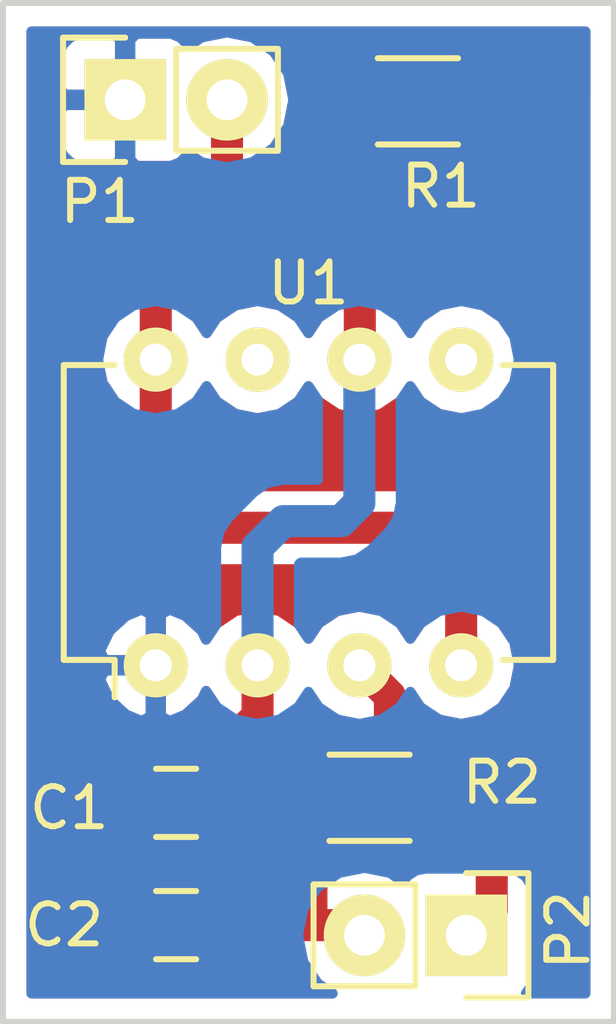
<source format=kicad_pcb>
(kicad_pcb (version 4) (host pcbnew 4.0.5-e0-6337~49~ubuntu16.04.1)

  (general
    (links 12)
    (no_connects 12)
    (area 38.024999 38.024999 53.415001 63.575001)
    (thickness 1.6)
    (drawings 4)
    (tracks 37)
    (zones 0)
    (modules 7)
    (nets 7)
  )

  (page User 148.006 210.007)
  (title_block
    (title "555 timer Sawtooth signal generator")
    (date 2017-03-24)
    (rev 1)
    (company "University of Nairobi")
    (comment 4 @muriukidavid)
  )

  (layers
    (0 F.Cu signal)
    (31 B.Cu signal)
    (32 B.Adhes user)
    (33 F.Adhes user)
    (34 B.Paste user)
    (35 F.Paste user)
    (36 B.SilkS user)
    (37 F.SilkS user)
    (38 B.Mask user)
    (39 F.Mask user)
    (40 Dwgs.User user)
    (41 Cmts.User user)
    (42 Eco1.User user)
    (43 Eco2.User user)
    (44 Edge.Cuts user)
    (45 Margin user)
    (46 B.CrtYd user)
    (47 F.CrtYd user)
    (48 B.Fab user)
    (49 F.Fab user hide)
  )

  (setup
    (last_trace_width 0.8)
    (trace_clearance 0.2)
    (zone_clearance 0.508)
    (zone_45_only no)
    (trace_min 0.2)
    (segment_width 0.2)
    (edge_width 0.15)
    (via_size 2)
    (via_drill 1.5)
    (via_min_size 0.4)
    (via_min_drill 0.3)
    (uvia_size 0.3)
    (uvia_drill 0.1)
    (uvias_allowed no)
    (uvia_min_size 0.2)
    (uvia_min_drill 0.1)
    (pcb_text_width 0.3)
    (pcb_text_size 1.5 1.5)
    (mod_edge_width 0.15)
    (mod_text_size 1 1)
    (mod_text_width 0.15)
    (pad_size 1.524 1.524)
    (pad_drill 0.762)
    (pad_to_mask_clearance 0.2)
    (aux_axis_origin 0 0)
    (visible_elements FFFFFF7F)
    (pcbplotparams
      (layerselection 0x00030_80000001)
      (usegerberextensions false)
      (excludeedgelayer true)
      (linewidth 0.100000)
      (plotframeref false)
      (viasonmask false)
      (mode 1)
      (useauxorigin false)
      (hpglpennumber 1)
      (hpglpenspeed 20)
      (hpglpendiameter 15)
      (hpglpenoverlay 2)
      (psnegative false)
      (psa4output false)
      (plotreference true)
      (plotvalue true)
      (plotinvisibletext false)
      (padsonsilk false)
      (subtractmaskfromsilk false)
      (outputformat 1)
      (mirror false)
      (drillshape 1)
      (scaleselection 1)
      (outputdirectory ""))
  )

  (net 0 "")
  (net 1 "Net-(C1-Pad1)")
  (net 2 TRIGGER)
  (net 3 SAWTOOTH)
  (net 4 GND)
  (net 5 5V)
  (net 6 SQUARE)

  (net_class Default "This is the default net class."
    (clearance 0.2)
    (trace_width 0.8)
    (via_dia 2)
    (via_drill 1.5)
    (uvia_dia 0.3)
    (uvia_drill 0.1)
    (add_net 5V)
    (add_net GND)
    (add_net "Net-(C1-Pad1)")
    (add_net SAWTOOTH)
    (add_net SQUARE)
    (add_net TRIGGER)
  )

  (module Capacitors_SMD:C_0805 (layer F.Cu) (tedit 5415D6EA) (tstamp 58D434C6)
    (at 42.418 58.039)
    (descr "Capacitor SMD 0805, reflow soldering, AVX (see smccp.pdf)")
    (tags "capacitor 0805")
    (path /58D42D8A)
    (attr smd)
    (fp_text reference C1 (at -2.667 0.127) (layer F.SilkS)
      (effects (font (size 1 1) (thickness 0.15)))
    )
    (fp_text value 0.1uF (at 0 2.1) (layer F.Fab)
      (effects (font (size 1 1) (thickness 0.15)))
    )
    (fp_line (start -1.8 -1) (end 1.8 -1) (layer F.CrtYd) (width 0.05))
    (fp_line (start -1.8 1) (end 1.8 1) (layer F.CrtYd) (width 0.05))
    (fp_line (start -1.8 -1) (end -1.8 1) (layer F.CrtYd) (width 0.05))
    (fp_line (start 1.8 -1) (end 1.8 1) (layer F.CrtYd) (width 0.05))
    (fp_line (start 0.5 -0.85) (end -0.5 -0.85) (layer F.SilkS) (width 0.15))
    (fp_line (start -0.5 0.85) (end 0.5 0.85) (layer F.SilkS) (width 0.15))
    (pad 1 smd rect (at -1 0) (size 1 1.25) (layers F.Cu F.Paste F.Mask)
      (net 1 "Net-(C1-Pad1)"))
    (pad 2 smd rect (at 1 0) (size 1 1.25) (layers F.Cu F.Paste F.Mask)
      (net 2 TRIGGER))
    (model Capacitors_SMD.3dshapes/C_0805.wrl
      (at (xyz 0 0 0))
      (scale (xyz 1 1 1))
      (rotate (xyz 0 0 0))
    )
  )

  (module Capacitors_SMD:C_0805 (layer F.Cu) (tedit 5415D6EA) (tstamp 58D434CC)
    (at 42.418 61.087)
    (descr "Capacitor SMD 0805, reflow soldering, AVX (see smccp.pdf)")
    (tags "capacitor 0805")
    (path /58D42DE1)
    (attr smd)
    (fp_text reference C2 (at -2.794 0 180) (layer F.SilkS)
      (effects (font (size 1 1) (thickness 0.15)))
    )
    (fp_text value 0.2uF (at 0 2.1) (layer F.Fab)
      (effects (font (size 1 1) (thickness 0.15)))
    )
    (fp_line (start -1.8 -1) (end 1.8 -1) (layer F.CrtYd) (width 0.05))
    (fp_line (start -1.8 1) (end 1.8 1) (layer F.CrtYd) (width 0.05))
    (fp_line (start -1.8 -1) (end -1.8 1) (layer F.CrtYd) (width 0.05))
    (fp_line (start 1.8 -1) (end 1.8 1) (layer F.CrtYd) (width 0.05))
    (fp_line (start 0.5 -0.85) (end -0.5 -0.85) (layer F.SilkS) (width 0.15))
    (fp_line (start -0.5 0.85) (end 0.5 0.85) (layer F.SilkS) (width 0.15))
    (pad 1 smd rect (at -1 0) (size 1 1.25) (layers F.Cu F.Paste F.Mask)
      (net 1 "Net-(C1-Pad1)"))
    (pad 2 smd rect (at 1 0) (size 1 1.25) (layers F.Cu F.Paste F.Mask)
      (net 3 SAWTOOTH))
    (model Capacitors_SMD.3dshapes/C_0805.wrl
      (at (xyz 0 0 0))
      (scale (xyz 1 1 1))
      (rotate (xyz 0 0 0))
    )
  )

  (module Resistors_SMD:R_1206 (layer F.Cu) (tedit 5415CFA7) (tstamp 58D434DE)
    (at 48.4505 40.5511 180)
    (descr "Resistor SMD 1206, reflow soldering, Vishay (see dcrcw.pdf)")
    (tags "resistor 1206")
    (path /58D42D03)
    (attr smd)
    (fp_text reference R1 (at -0.5715 -2.1209 180) (layer F.SilkS)
      (effects (font (size 1 1) (thickness 0.15)))
    )
    (fp_text value 47K (at 0 2.3 180) (layer F.Fab)
      (effects (font (size 1 1) (thickness 0.15)))
    )
    (fp_line (start -2.2 -1.2) (end 2.2 -1.2) (layer F.CrtYd) (width 0.05))
    (fp_line (start -2.2 1.2) (end 2.2 1.2) (layer F.CrtYd) (width 0.05))
    (fp_line (start -2.2 -1.2) (end -2.2 1.2) (layer F.CrtYd) (width 0.05))
    (fp_line (start 2.2 -1.2) (end 2.2 1.2) (layer F.CrtYd) (width 0.05))
    (fp_line (start 1 1.075) (end -1 1.075) (layer F.SilkS) (width 0.15))
    (fp_line (start -1 -1.075) (end 1 -1.075) (layer F.SilkS) (width 0.15))
    (pad 1 smd rect (at -1.45 0 180) (size 0.9 1.7) (layers F.Cu F.Paste F.Mask)
      (net 6 SQUARE))
    (pad 2 smd rect (at 1.45 0 180) (size 0.9 1.7) (layers F.Cu F.Paste F.Mask)
      (net 2 TRIGGER))
    (model Resistors_SMD.3dshapes/R_1206.wrl
      (at (xyz 0 0 0))
      (scale (xyz 1 1 1))
      (rotate (xyz 0 0 0))
    )
  )

  (module Resistors_SMD:R_1206 (layer F.Cu) (tedit 5415CFA7) (tstamp 58D434E4)
    (at 47.244 57.912)
    (descr "Resistor SMD 1206, reflow soldering, Vishay (see dcrcw.pdf)")
    (tags "resistor 1206")
    (path /58D42D3C)
    (attr smd)
    (fp_text reference R2 (at 3.302 -0.381) (layer F.SilkS)
      (effects (font (size 1 1) (thickness 0.15)))
    )
    (fp_text value 100K (at 0 2.3) (layer F.Fab)
      (effects (font (size 1 1) (thickness 0.15)))
    )
    (fp_line (start -2.2 -1.2) (end 2.2 -1.2) (layer F.CrtYd) (width 0.05))
    (fp_line (start -2.2 1.2) (end 2.2 1.2) (layer F.CrtYd) (width 0.05))
    (fp_line (start -2.2 -1.2) (end -2.2 1.2) (layer F.CrtYd) (width 0.05))
    (fp_line (start 2.2 -1.2) (end 2.2 1.2) (layer F.CrtYd) (width 0.05))
    (fp_line (start 1 1.075) (end -1 1.075) (layer F.SilkS) (width 0.15))
    (fp_line (start -1 -1.075) (end 1 -1.075) (layer F.SilkS) (width 0.15))
    (pad 1 smd rect (at -1.45 0) (size 0.9 1.7) (layers F.Cu F.Paste F.Mask)
      (net 3 SAWTOOTH))
    (pad 2 smd rect (at 1.45 0) (size 0.9 1.7) (layers F.Cu F.Paste F.Mask)
      (net 6 SQUARE))
    (model Resistors_SMD.3dshapes/R_1206.wrl
      (at (xyz 0 0 0))
      (scale (xyz 1 1 1))
      (rotate (xyz 0 0 0))
    )
  )

  (module Housings_DIP:DIP-8_W7.62mm (layer F.Cu) (tedit 54130A77) (tstamp 58D434F0)
    (at 41.91 54.61 90)
    (descr "8-lead dip package, row spacing 7.62 mm (300 mils)")
    (tags "dil dip 2.54 300")
    (path /58D42C93)
    (fp_text reference U1 (at 9.525 3.81 180) (layer F.SilkS)
      (effects (font (size 1 1) (thickness 0.15)))
    )
    (fp_text value LM555N (at 0 -3.72 90) (layer F.Fab)
      (effects (font (size 1 1) (thickness 0.15)))
    )
    (fp_line (start -1.05 -2.45) (end -1.05 10.1) (layer F.CrtYd) (width 0.05))
    (fp_line (start 8.65 -2.45) (end 8.65 10.1) (layer F.CrtYd) (width 0.05))
    (fp_line (start -1.05 -2.45) (end 8.65 -2.45) (layer F.CrtYd) (width 0.05))
    (fp_line (start -1.05 10.1) (end 8.65 10.1) (layer F.CrtYd) (width 0.05))
    (fp_line (start 0.135 -2.295) (end 0.135 -1.025) (layer F.SilkS) (width 0.15))
    (fp_line (start 7.485 -2.295) (end 7.485 -1.025) (layer F.SilkS) (width 0.15))
    (fp_line (start 7.485 9.915) (end 7.485 8.645) (layer F.SilkS) (width 0.15))
    (fp_line (start 0.135 9.915) (end 0.135 8.645) (layer F.SilkS) (width 0.15))
    (fp_line (start 0.135 -2.295) (end 7.485 -2.295) (layer F.SilkS) (width 0.15))
    (fp_line (start 0.135 9.915) (end 7.485 9.915) (layer F.SilkS) (width 0.15))
    (fp_line (start 0.135 -1.025) (end -0.8 -1.025) (layer F.SilkS) (width 0.15))
    (pad 1 thru_hole oval (at 0 0 90) (size 1.6 1.6) (drill 0.8) (layers *.Cu *.Mask F.SilkS)
      (net 4 GND))
    (pad 2 thru_hole oval (at 0 2.54 90) (size 1.6 1.6) (drill 0.8) (layers *.Cu *.Mask F.SilkS)
      (net 2 TRIGGER))
    (pad 3 thru_hole oval (at 0 5.08 90) (size 1.6 1.6) (drill 0.8) (layers *.Cu *.Mask F.SilkS)
      (net 6 SQUARE))
    (pad 4 thru_hole oval (at 0 7.62 90) (size 1.6 1.6) (drill 0.8) (layers *.Cu *.Mask F.SilkS)
      (net 5 5V))
    (pad 5 thru_hole oval (at 7.62 7.62 90) (size 1.6 1.6) (drill 0.8) (layers *.Cu *.Mask F.SilkS))
    (pad 6 thru_hole oval (at 7.62 5.08 90) (size 1.6 1.6) (drill 0.8) (layers *.Cu *.Mask F.SilkS)
      (net 2 TRIGGER))
    (pad 7 thru_hole oval (at 7.62 2.54 90) (size 1.6 1.6) (drill 0.8) (layers *.Cu *.Mask F.SilkS))
    (pad 8 thru_hole oval (at 7.62 0 90) (size 1.6 1.6) (drill 0.8) (layers *.Cu *.Mask F.SilkS)
      (net 5 5V))
    (model Housings_DIP.3dshapes/DIP-8_W7.62mm.wrl
      (at (xyz 0 0 0))
      (scale (xyz 1 1 1))
      (rotate (xyz 0 0 0))
    )
  )

  (module Pin_Headers:Pin_Header_Straight_1x02 (layer F.Cu) (tedit 54EA090C) (tstamp 58D4359C)
    (at 41.148 40.513 90)
    (descr "Through hole pin header")
    (tags "pin header")
    (path /58D436DC)
    (fp_text reference P1 (at -2.54 -0.635 180) (layer F.SilkS)
      (effects (font (size 1 1) (thickness 0.15)))
    )
    (fp_text value CONN_01X02 (at 0 -3.1 90) (layer F.Fab)
      (effects (font (size 1 1) (thickness 0.15)))
    )
    (fp_line (start 1.27 1.27) (end 1.27 3.81) (layer F.SilkS) (width 0.15))
    (fp_line (start 1.55 -1.55) (end 1.55 0) (layer F.SilkS) (width 0.15))
    (fp_line (start -1.75 -1.75) (end -1.75 4.3) (layer F.CrtYd) (width 0.05))
    (fp_line (start 1.75 -1.75) (end 1.75 4.3) (layer F.CrtYd) (width 0.05))
    (fp_line (start -1.75 -1.75) (end 1.75 -1.75) (layer F.CrtYd) (width 0.05))
    (fp_line (start -1.75 4.3) (end 1.75 4.3) (layer F.CrtYd) (width 0.05))
    (fp_line (start 1.27 1.27) (end -1.27 1.27) (layer F.SilkS) (width 0.15))
    (fp_line (start -1.55 0) (end -1.55 -1.55) (layer F.SilkS) (width 0.15))
    (fp_line (start -1.55 -1.55) (end 1.55 -1.55) (layer F.SilkS) (width 0.15))
    (fp_line (start -1.27 1.27) (end -1.27 3.81) (layer F.SilkS) (width 0.15))
    (fp_line (start -1.27 3.81) (end 1.27 3.81) (layer F.SilkS) (width 0.15))
    (pad 1 thru_hole rect (at 0 0 90) (size 2.032 2.032) (drill 1.016) (layers *.Cu *.Mask F.SilkS)
      (net 4 GND))
    (pad 2 thru_hole oval (at 0 2.54 90) (size 2.032 2.032) (drill 1.016) (layers *.Cu *.Mask F.SilkS)
      (net 5 5V))
    (model Pin_Headers.3dshapes/Pin_Header_Straight_1x02.wrl
      (at (xyz 0 -0.05 0))
      (scale (xyz 1 1 1))
      (rotate (xyz 0 0 90))
    )
  )

  (module Pin_Headers:Pin_Header_Straight_1x02 (layer F.Cu) (tedit 54EA090C) (tstamp 58D435A1)
    (at 49.657 61.341 270)
    (descr "Through hole pin header")
    (tags "pin header")
    (path /58D42F0E)
    (fp_text reference P2 (at -0.127 -2.54 270) (layer F.SilkS)
      (effects (font (size 1 1) (thickness 0.15)))
    )
    (fp_text value CONN_01X02 (at 3.81 1.27 360) (layer F.Fab)
      (effects (font (size 1 1) (thickness 0.15)))
    )
    (fp_line (start 1.27 1.27) (end 1.27 3.81) (layer F.SilkS) (width 0.15))
    (fp_line (start 1.55 -1.55) (end 1.55 0) (layer F.SilkS) (width 0.15))
    (fp_line (start -1.75 -1.75) (end -1.75 4.3) (layer F.CrtYd) (width 0.05))
    (fp_line (start 1.75 -1.75) (end 1.75 4.3) (layer F.CrtYd) (width 0.05))
    (fp_line (start -1.75 -1.75) (end 1.75 -1.75) (layer F.CrtYd) (width 0.05))
    (fp_line (start -1.75 4.3) (end 1.75 4.3) (layer F.CrtYd) (width 0.05))
    (fp_line (start 1.27 1.27) (end -1.27 1.27) (layer F.SilkS) (width 0.15))
    (fp_line (start -1.55 0) (end -1.55 -1.55) (layer F.SilkS) (width 0.15))
    (fp_line (start -1.55 -1.55) (end 1.55 -1.55) (layer F.SilkS) (width 0.15))
    (fp_line (start -1.27 1.27) (end -1.27 3.81) (layer F.SilkS) (width 0.15))
    (fp_line (start -1.27 3.81) (end 1.27 3.81) (layer F.SilkS) (width 0.15))
    (pad 1 thru_hole rect (at 0 0 270) (size 2.032 2.032) (drill 1.016) (layers *.Cu *.Mask F.SilkS)
      (net 6 SQUARE))
    (pad 2 thru_hole oval (at 0 2.54 270) (size 2.032 2.032) (drill 1.016) (layers *.Cu *.Mask F.SilkS)
      (net 3 SAWTOOTH))
    (model Pin_Headers.3dshapes/Pin_Header_Straight_1x02.wrl
      (at (xyz 0 -0.05 0))
      (scale (xyz 1 1 1))
      (rotate (xyz 0 0 90))
    )
  )

  (gr_line (start 38.1 63.5) (end 38.1 38.1) (layer Edge.Cuts) (width 0.15))
  (gr_line (start 53.34 63.5) (end 38.1 63.5) (layer Edge.Cuts) (width 0.15))
  (gr_line (start 53.34 38.1) (end 53.34 63.5) (layer Edge.Cuts) (width 0.15))
  (gr_line (start 38.1 38.1) (end 53.34 38.1) (layer Edge.Cuts) (width 0.15))

  (segment (start 41.418 61.087) (end 41.418 58.039) (width 0.8) (layer F.Cu) (net 1))
  (segment (start 46.5328 51.0159) (end 46.99 50.5587) (width 0.8) (layer B.Cu) (net 2))
  (segment (start 46.99 50.5587) (end 46.99 49.1236) (width 0.8) (layer B.Cu) (net 2))
  (segment (start 45.0977 51.0159) (end 44.45 51.6636) (width 0.8) (layer B.Cu) (net 2))
  (segment (start 45.0977 51.0159) (end 46.5328 51.0159) (width 0.8) (layer B.Cu) (net 2))
  (segment (start 44.45 51.6636) (end 44.45 54.61) (width 0.8) (layer B.Cu) (net 2))
  (segment (start 46.99 46.99) (end 46.99 49.1236) (width 0.8) (layer B.Cu) (net 2))
  (segment (start 47.0005 40.5511) (end 47.0005 46.9795) (width 0.8) (layer F.Cu) (net 2))
  (segment (start 47.0005 46.9795) (end 46.99 46.99) (width 0.8) (layer F.Cu) (net 2))
  (segment (start 44.45 54.61) (end 44.45 55.88) (width 0.8) (layer F.Cu) (net 2))
  (segment (start 44.45 55.88) (end 43.418 56.912) (width 0.8) (layer F.Cu) (net 2))
  (segment (start 43.418 56.912) (end 43.418 58.039) (width 0.8) (layer F.Cu) (net 2))
  (segment (start 43.418 61.087) (end 45.72 61.087) (width 0.8) (layer F.Cu) (net 3))
  (segment (start 45.72 61.087) (end 46.863 61.087) (width 0.8) (layer F.Cu) (net 3))
  (segment (start 45.794 57.912) (end 45.794 61.013) (width 0.8) (layer F.Cu) (net 3))
  (segment (start 45.794 61.013) (end 45.72 61.087) (width 0.8) (layer F.Cu) (net 3))
  (segment (start 46.863 61.087) (end 47.117 61.341) (width 0.8) (layer F.Cu) (net 3))
  (segment (start 43.688 40.513) (end 43.688 43.18) (width 0.8) (layer F.Cu) (net 5))
  (segment (start 43.688 43.18) (end 41.91 44.958) (width 0.8) (layer F.Cu) (net 5))
  (segment (start 41.91 44.958) (end 41.91 46.99) (width 0.8) (layer F.Cu) (net 5))
  (segment (start 41.91 46.99) (end 41.91 49.911) (width 0.8) (layer F.Cu) (net 5))
  (segment (start 41.91 49.911) (end 43.18 51.181) (width 0.8) (layer F.Cu) (net 5))
  (segment (start 43.18 51.181) (end 48.768 51.181) (width 0.8) (layer F.Cu) (net 5))
  (segment (start 48.768 51.181) (end 49.53 51.943) (width 0.8) (layer F.Cu) (net 5))
  (segment (start 49.53 51.943) (end 49.53 54.61) (width 0.8) (layer F.Cu) (net 5))
  (segment (start 51.689 58.42) (end 50.292 58.42) (width 0.8) (layer F.Cu) (net 6))
  (segment (start 52.324 57.785) (end 51.689 58.42) (width 0.8) (layer F.Cu) (net 6))
  (segment (start 52.324 41.623) (end 52.324 57.785) (width 0.8) (layer F.Cu) (net 6))
  (segment (start 49.964 40.513) (end 51.214 40.513) (width 0.8) (layer F.Cu) (net 6))
  (segment (start 51.214 40.513) (end 52.324 41.623) (width 0.8) (layer F.Cu) (net 6))
  (segment (start 48.694 57.912) (end 49.784 57.912) (width 0.8) (layer F.Cu) (net 6))
  (segment (start 49.784 57.912) (end 50.292 58.42) (width 0.8) (layer F.Cu) (net 6))
  (segment (start 50.292 58.42) (end 50.292 60.706) (width 0.8) (layer F.Cu) (net 6))
  (segment (start 50.292 60.706) (end 49.657 61.341) (width 0.8) (layer F.Cu) (net 6))
  (segment (start 46.99 54.61) (end 47.752 55.372) (width 0.8) (layer F.Cu) (net 6))
  (segment (start 47.752 55.372) (end 47.752 56.97) (width 0.8) (layer F.Cu) (net 6))
  (segment (start 47.752 56.97) (end 48.694 57.912) (width 0.8) (layer F.Cu) (net 6))

  (zone (net 4) (net_name GND) (layer F.Cu) (tstamp 0) (hatch edge 0.508)
    (connect_pads (clearance 0.508))
    (min_thickness 0.254)
    (fill yes (arc_segments 16) (thermal_gap 0.508) (thermal_bridge_width 0.508))
    (polygon
      (pts
        (xy 38.1 38.1) (xy 53.34 38.1) (xy 53.34 63.5) (xy 38.1 63.5)
      )
    )
    (filled_polygon
      (pts
        (xy 52.63 40.465289) (xy 51.945856 39.781144) (xy 51.610077 39.556785) (xy 51.214 39.477999) (xy 51.213995 39.478)
        (xy 50.955961 39.478) (xy 50.953662 39.465783) (xy 50.81459 39.249659) (xy 50.60239 39.104669) (xy 50.3505 39.05366)
        (xy 49.4505 39.05366) (xy 49.215183 39.097938) (xy 48.999059 39.23701) (xy 48.854069 39.44921) (xy 48.80306 39.7011)
        (xy 48.80306 41.4011) (xy 48.847338 41.636417) (xy 48.98641 41.852541) (xy 49.19861 41.997531) (xy 49.4505 42.04854)
        (xy 50.3505 42.04854) (xy 50.585817 42.004262) (xy 50.801941 41.86519) (xy 50.923935 41.686646) (xy 51.289 42.051711)
        (xy 51.289 57.356289) (xy 51.260288 57.385) (xy 50.720712 57.385) (xy 50.515856 57.180144) (xy 50.180077 56.955785)
        (xy 49.784 56.876999) (xy 49.783995 56.877) (xy 49.75663 56.877) (xy 49.747162 56.826683) (xy 49.60809 56.610559)
        (xy 49.39589 56.465569) (xy 49.144 56.41456) (xy 48.787 56.41456) (xy 48.787 55.834354) (xy 48.980849 55.96388)
        (xy 49.53 56.073113) (xy 50.079151 55.96388) (xy 50.544698 55.652811) (xy 50.855767 55.187264) (xy 50.965 54.638113)
        (xy 50.965 54.581887) (xy 50.855767 54.032736) (xy 50.565 53.597573) (xy 50.565 51.943005) (xy 50.565001 51.943)
        (xy 50.486215 51.546923) (xy 50.261856 51.211144) (xy 50.261853 51.211142) (xy 49.499856 50.449144) (xy 49.164077 50.224785)
        (xy 48.768 50.145999) (xy 48.767995 50.146) (xy 43.608711 50.146) (xy 42.945 49.482288) (xy 42.945 48.002427)
        (xy 43.18 47.650725) (xy 43.435302 48.032811) (xy 43.900849 48.34388) (xy 44.45 48.453113) (xy 44.999151 48.34388)
        (xy 45.464698 48.032811) (xy 45.72 47.650725) (xy 45.975302 48.032811) (xy 46.440849 48.34388) (xy 46.99 48.453113)
        (xy 47.539151 48.34388) (xy 48.004698 48.032811) (xy 48.26 47.650725) (xy 48.515302 48.032811) (xy 48.980849 48.34388)
        (xy 49.53 48.453113) (xy 50.079151 48.34388) (xy 50.544698 48.032811) (xy 50.855767 47.567264) (xy 50.965 47.018113)
        (xy 50.965 46.961887) (xy 50.855767 46.412736) (xy 50.544698 45.947189) (xy 50.079151 45.63612) (xy 49.53 45.526887)
        (xy 48.980849 45.63612) (xy 48.515302 45.947189) (xy 48.26 46.329275) (xy 48.0355 45.993287) (xy 48.0355 41.66972)
        (xy 48.046931 41.65299) (xy 48.09794 41.4011) (xy 48.09794 39.7011) (xy 48.053662 39.465783) (xy 47.91459 39.249659)
        (xy 47.70239 39.104669) (xy 47.4505 39.05366) (xy 46.5505 39.05366) (xy 46.315183 39.097938) (xy 46.099059 39.23701)
        (xy 45.954069 39.44921) (xy 45.90306 39.7011) (xy 45.90306 41.4011) (xy 45.947338 41.636417) (xy 45.9655 41.664642)
        (xy 45.9655 45.961859) (xy 45.72 46.329275) (xy 45.464698 45.947189) (xy 44.999151 45.63612) (xy 44.45 45.526887)
        (xy 43.900849 45.63612) (xy 43.435302 45.947189) (xy 43.18 46.329275) (xy 42.945 45.977573) (xy 42.945 45.386712)
        (xy 44.419853 43.911858) (xy 44.419856 43.911856) (xy 44.644215 43.576077) (xy 44.723001 43.18) (xy 44.723 43.179995)
        (xy 44.723 41.801267) (xy 44.855433 41.712778) (xy 45.213325 41.177155) (xy 45.339 40.545345) (xy 45.339 40.480655)
        (xy 45.213325 39.848845) (xy 44.855433 39.313222) (xy 44.31981 38.95533) (xy 43.688 38.829655) (xy 43.05619 38.95533)
        (xy 42.719999 39.179966) (xy 42.702327 39.137302) (xy 42.523699 38.958673) (xy 42.29031 38.862) (xy 41.43375 38.862)
        (xy 41.275 39.02075) (xy 41.275 40.386) (xy 41.295 40.386) (xy 41.295 40.64) (xy 41.275 40.64)
        (xy 41.275 42.00525) (xy 41.43375 42.164) (xy 42.29031 42.164) (xy 42.523699 42.067327) (xy 42.653 41.938025)
        (xy 42.653 42.751289) (xy 41.178144 44.226144) (xy 40.953785 44.561923) (xy 40.874999 44.958) (xy 40.875 44.958005)
        (xy 40.875 45.977573) (xy 40.584233 46.412736) (xy 40.475 46.961887) (xy 40.475 47.018113) (xy 40.584233 47.567264)
        (xy 40.875 48.002427) (xy 40.875 49.910995) (xy 40.874999 49.911) (xy 40.953785 50.307077) (xy 41.178144 50.642856)
        (xy 42.448142 51.912853) (xy 42.448144 51.912856) (xy 42.649429 52.047349) (xy 42.783922 52.137215) (xy 43.18 52.216001)
        (xy 43.180005 52.216) (xy 48.339288 52.216) (xy 48.495 52.371711) (xy 48.495 53.597573) (xy 48.26 53.949275)
        (xy 48.004698 53.567189) (xy 47.539151 53.25612) (xy 46.99 53.146887) (xy 46.440849 53.25612) (xy 45.975302 53.567189)
        (xy 45.72 53.949275) (xy 45.464698 53.567189) (xy 44.999151 53.25612) (xy 44.45 53.146887) (xy 43.900849 53.25612)
        (xy 43.435302 53.567189) (xy 43.165014 53.971703) (xy 43.062389 53.754866) (xy 42.647423 53.378959) (xy 42.259039 53.218096)
        (xy 42.037 53.340085) (xy 42.037 54.483) (xy 42.057 54.483) (xy 42.057 54.737) (xy 42.037 54.737)
        (xy 42.037 55.879915) (xy 42.259039 56.001904) (xy 42.647423 55.841041) (xy 43.062389 55.465134) (xy 43.165014 55.248297)
        (xy 43.346452 55.519837) (xy 42.686144 56.180144) (xy 42.461785 56.515923) (xy 42.382999 56.912) (xy 42.383 56.912005)
        (xy 42.383 56.963973) (xy 42.38209 56.962559) (xy 42.16989 56.817569) (xy 41.918 56.76656) (xy 40.918 56.76656)
        (xy 40.682683 56.810838) (xy 40.466559 56.94991) (xy 40.321569 57.16211) (xy 40.27056 57.414) (xy 40.27056 58.664)
        (xy 40.314838 58.899317) (xy 40.383 59.005244) (xy 40.383 60.120203) (xy 40.321569 60.21011) (xy 40.27056 60.462)
        (xy 40.27056 61.712) (xy 40.314838 61.947317) (xy 40.45391 62.163441) (xy 40.66611 62.308431) (xy 40.918 62.35944)
        (xy 41.918 62.35944) (xy 42.153317 62.315162) (xy 42.369441 62.17609) (xy 42.417134 62.106289) (xy 42.45391 62.163441)
        (xy 42.66611 62.308431) (xy 42.918 62.35944) (xy 43.918 62.35944) (xy 44.153317 62.315162) (xy 44.369441 62.17609)
        (xy 44.406399 62.122) (xy 45.669748 62.122) (xy 45.949567 62.540778) (xy 46.322554 62.79) (xy 38.81 62.79)
        (xy 38.81 54.959041) (xy 40.518086 54.959041) (xy 40.757611 55.465134) (xy 41.172577 55.841041) (xy 41.560961 56.001904)
        (xy 41.783 55.879915) (xy 41.783 54.737) (xy 40.639371 54.737) (xy 40.518086 54.959041) (xy 38.81 54.959041)
        (xy 38.81 54.260959) (xy 40.518086 54.260959) (xy 40.639371 54.483) (xy 41.783 54.483) (xy 41.783 53.340085)
        (xy 41.560961 53.218096) (xy 41.172577 53.378959) (xy 40.757611 53.754866) (xy 40.518086 54.260959) (xy 38.81 54.260959)
        (xy 38.81 40.79875) (xy 39.497 40.79875) (xy 39.497 41.655309) (xy 39.593673 41.888698) (xy 39.772301 42.067327)
        (xy 40.00569 42.164) (xy 40.86225 42.164) (xy 41.021 42.00525) (xy 41.021 40.64) (xy 39.65575 40.64)
        (xy 39.497 40.79875) (xy 38.81 40.79875) (xy 38.81 39.370691) (xy 39.497 39.370691) (xy 39.497 40.22725)
        (xy 39.65575 40.386) (xy 41.021 40.386) (xy 41.021 39.02075) (xy 40.86225 38.862) (xy 40.00569 38.862)
        (xy 39.772301 38.958673) (xy 39.593673 39.137302) (xy 39.497 39.370691) (xy 38.81 39.370691) (xy 38.81 38.81)
        (xy 52.63 38.81)
      )
    )
  )
  (zone (net 4) (net_name GND) (layer B.Cu) (tstamp 0) (hatch edge 0.508)
    (connect_pads (clearance 0.508))
    (min_thickness 0.254)
    (fill yes (arc_segments 16) (thermal_gap 0.508) (thermal_bridge_width 0.508))
    (polygon
      (pts
        (xy 38.1 38.1) (xy 53.34 38.1) (xy 53.34 63.5) (xy 38.1 63.5)
      )
    )
    (filled_polygon
      (pts
        (xy 52.63 62.79) (xy 51.145684 62.79) (xy 51.269431 62.60889) (xy 51.32044 62.357) (xy 51.32044 60.325)
        (xy 51.276162 60.089683) (xy 51.13709 59.873559) (xy 50.92489 59.728569) (xy 50.673 59.67756) (xy 48.641 59.67756)
        (xy 48.405683 59.721838) (xy 48.189559 59.86091) (xy 48.087802 60.009837) (xy 47.74881 59.78333) (xy 47.117 59.657655)
        (xy 46.48519 59.78333) (xy 45.949567 60.141222) (xy 45.591675 60.676845) (xy 45.466 61.308655) (xy 45.466 61.373345)
        (xy 45.591675 62.005155) (xy 45.949567 62.540778) (xy 46.322554 62.79) (xy 38.81 62.79) (xy 38.81 54.959041)
        (xy 40.518086 54.959041) (xy 40.757611 55.465134) (xy 41.172577 55.841041) (xy 41.560961 56.001904) (xy 41.783 55.879915)
        (xy 41.783 54.737) (xy 40.639371 54.737) (xy 40.518086 54.959041) (xy 38.81 54.959041) (xy 38.81 54.260959)
        (xy 40.518086 54.260959) (xy 40.639371 54.483) (xy 41.783 54.483) (xy 41.783 53.340085) (xy 41.560961 53.218096)
        (xy 41.172577 53.378959) (xy 40.757611 53.754866) (xy 40.518086 54.260959) (xy 38.81 54.260959) (xy 38.81 46.961887)
        (xy 40.475 46.961887) (xy 40.475 47.018113) (xy 40.584233 47.567264) (xy 40.895302 48.032811) (xy 41.360849 48.34388)
        (xy 41.91 48.453113) (xy 42.459151 48.34388) (xy 42.924698 48.032811) (xy 43.18 47.650725) (xy 43.435302 48.032811)
        (xy 43.900849 48.34388) (xy 44.45 48.453113) (xy 44.999151 48.34388) (xy 45.464698 48.032811) (xy 45.72 47.650725)
        (xy 45.955 48.002427) (xy 45.955 49.9809) (xy 45.097705 49.9809) (xy 45.0977 49.980899) (xy 44.701623 50.059685)
        (xy 44.365844 50.284044) (xy 44.365842 50.284047) (xy 43.718144 50.931744) (xy 43.493785 51.267523) (xy 43.414999 51.6636)
        (xy 43.415 51.663605) (xy 43.415 53.597573) (xy 43.165014 53.971703) (xy 43.062389 53.754866) (xy 42.647423 53.378959)
        (xy 42.259039 53.218096) (xy 42.037 53.340085) (xy 42.037 54.483) (xy 42.057 54.483) (xy 42.057 54.737)
        (xy 42.037 54.737) (xy 42.037 55.879915) (xy 42.259039 56.001904) (xy 42.647423 55.841041) (xy 43.062389 55.465134)
        (xy 43.165014 55.248297) (xy 43.435302 55.652811) (xy 43.900849 55.96388) (xy 44.45 56.073113) (xy 44.999151 55.96388)
        (xy 45.464698 55.652811) (xy 45.72 55.270725) (xy 45.975302 55.652811) (xy 46.440849 55.96388) (xy 46.99 56.073113)
        (xy 47.539151 55.96388) (xy 48.004698 55.652811) (xy 48.26 55.270725) (xy 48.515302 55.652811) (xy 48.980849 55.96388)
        (xy 49.53 56.073113) (xy 50.079151 55.96388) (xy 50.544698 55.652811) (xy 50.855767 55.187264) (xy 50.965 54.638113)
        (xy 50.965 54.581887) (xy 50.855767 54.032736) (xy 50.544698 53.567189) (xy 50.079151 53.25612) (xy 49.53 53.146887)
        (xy 48.980849 53.25612) (xy 48.515302 53.567189) (xy 48.26 53.949275) (xy 48.004698 53.567189) (xy 47.539151 53.25612)
        (xy 46.99 53.146887) (xy 46.440849 53.25612) (xy 45.975302 53.567189) (xy 45.72 53.949275) (xy 45.485 53.597573)
        (xy 45.485 52.092312) (xy 45.526411 52.0509) (xy 46.532795 52.0509) (xy 46.5328 52.050901) (xy 46.928877 51.972115)
        (xy 47.264656 51.747756) (xy 47.721853 51.290558) (xy 47.721856 51.290556) (xy 47.856349 51.089271) (xy 47.946215 50.954778)
        (xy 48.025 50.5587) (xy 48.025 48.002427) (xy 48.26 47.650725) (xy 48.515302 48.032811) (xy 48.980849 48.34388)
        (xy 49.53 48.453113) (xy 50.079151 48.34388) (xy 50.544698 48.032811) (xy 50.855767 47.567264) (xy 50.965 47.018113)
        (xy 50.965 46.961887) (xy 50.855767 46.412736) (xy 50.544698 45.947189) (xy 50.079151 45.63612) (xy 49.53 45.526887)
        (xy 48.980849 45.63612) (xy 48.515302 45.947189) (xy 48.26 46.329275) (xy 48.004698 45.947189) (xy 47.539151 45.63612)
        (xy 46.99 45.526887) (xy 46.440849 45.63612) (xy 45.975302 45.947189) (xy 45.72 46.329275) (xy 45.464698 45.947189)
        (xy 44.999151 45.63612) (xy 44.45 45.526887) (xy 43.900849 45.63612) (xy 43.435302 45.947189) (xy 43.18 46.329275)
        (xy 42.924698 45.947189) (xy 42.459151 45.63612) (xy 41.91 45.526887) (xy 41.360849 45.63612) (xy 40.895302 45.947189)
        (xy 40.584233 46.412736) (xy 40.475 46.961887) (xy 38.81 46.961887) (xy 38.81 40.79875) (xy 39.497 40.79875)
        (xy 39.497 41.655309) (xy 39.593673 41.888698) (xy 39.772301 42.067327) (xy 40.00569 42.164) (xy 40.86225 42.164)
        (xy 41.021 42.00525) (xy 41.021 40.64) (xy 39.65575 40.64) (xy 39.497 40.79875) (xy 38.81 40.79875)
        (xy 38.81 39.370691) (xy 39.497 39.370691) (xy 39.497 40.22725) (xy 39.65575 40.386) (xy 41.021 40.386)
        (xy 41.021 39.02075) (xy 41.275 39.02075) (xy 41.275 40.386) (xy 41.295 40.386) (xy 41.295 40.64)
        (xy 41.275 40.64) (xy 41.275 42.00525) (xy 41.43375 42.164) (xy 42.29031 42.164) (xy 42.523699 42.067327)
        (xy 42.702327 41.888698) (xy 42.719999 41.846034) (xy 43.05619 42.07067) (xy 43.688 42.196345) (xy 44.31981 42.07067)
        (xy 44.855433 41.712778) (xy 45.213325 41.177155) (xy 45.339 40.545345) (xy 45.339 40.480655) (xy 45.213325 39.848845)
        (xy 44.855433 39.313222) (xy 44.31981 38.95533) (xy 43.688 38.829655) (xy 43.05619 38.95533) (xy 42.719999 39.179966)
        (xy 42.702327 39.137302) (xy 42.523699 38.958673) (xy 42.29031 38.862) (xy 41.43375 38.862) (xy 41.275 39.02075)
        (xy 41.021 39.02075) (xy 40.86225 38.862) (xy 40.00569 38.862) (xy 39.772301 38.958673) (xy 39.593673 39.137302)
        (xy 39.497 39.370691) (xy 38.81 39.370691) (xy 38.81 38.81) (xy 52.63 38.81)
      )
    )
  )
)

</source>
